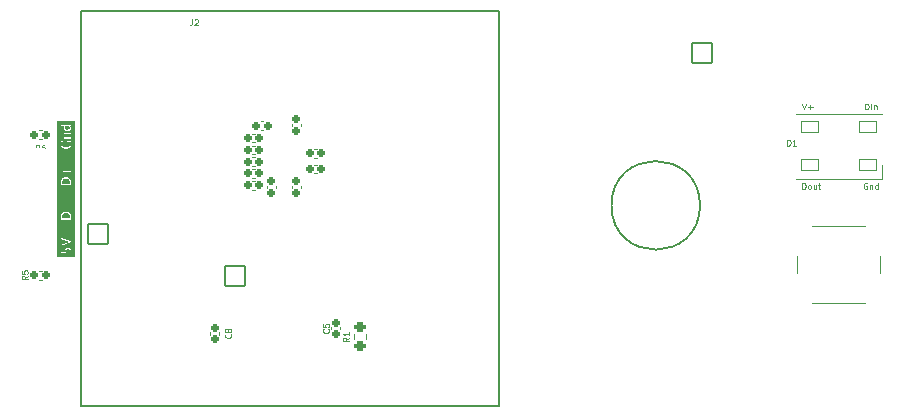
<source format=gto>
G04 #@! TF.GenerationSoftware,KiCad,Pcbnew,7.0.1-0*
G04 #@! TF.CreationDate,2023-04-02T15:36:46-05:00*
G04 #@! TF.ProjectId,V0_Display,56305f44-6973-4706-9c61-792e6b696361,rev?*
G04 #@! TF.SameCoordinates,Original*
G04 #@! TF.FileFunction,Legend,Top*
G04 #@! TF.FilePolarity,Positive*
%FSLAX46Y46*%
G04 Gerber Fmt 4.6, Leading zero omitted, Abs format (unit mm)*
G04 Created by KiCad (PCBNEW 7.0.1-0) date 2023-04-02 15:36:46*
%MOMM*%
%LPD*%
G01*
G04 APERTURE LIST*
G04 Aperture macros list*
%AMRoundRect*
0 Rectangle with rounded corners*
0 $1 Rounding radius*
0 $2 $3 $4 $5 $6 $7 $8 $9 X,Y pos of 4 corners*
0 Add a 4 corners polygon primitive as box body*
4,1,4,$2,$3,$4,$5,$6,$7,$8,$9,$2,$3,0*
0 Add four circle primitives for the rounded corners*
1,1,$1+$1,$2,$3*
1,1,$1+$1,$4,$5*
1,1,$1+$1,$6,$7*
1,1,$1+$1,$8,$9*
0 Add four rect primitives between the rounded corners*
20,1,$1+$1,$2,$3,$4,$5,0*
20,1,$1+$1,$4,$5,$6,$7,0*
20,1,$1+$1,$6,$7,$8,$9,0*
20,1,$1+$1,$8,$9,$2,$3,0*%
G04 Aperture macros list end*
%ADD10C,0.075000*%
%ADD11C,0.150000*%
%ADD12C,0.050000*%
%ADD13C,0.120000*%
%ADD14RoundRect,0.250000X0.275000X-0.200000X0.275000X0.200000X-0.275000X0.200000X-0.275000X-0.200000X0*%
%ADD15C,3.300000*%
%ADD16RoundRect,0.050000X-0.750000X-0.500000X0.750000X-0.500000X0.750000X0.500000X-0.750000X0.500000X0*%
%ADD17C,2.100000*%
%ADD18O,2.600000X4.100000*%
%ADD19C,1.624000*%
%ADD20RoundRect,0.190000X-0.140000X-0.170000X0.140000X-0.170000X0.140000X0.170000X-0.140000X0.170000X0*%
%ADD21RoundRect,0.185000X-0.135000X-0.185000X0.135000X-0.185000X0.135000X0.185000X-0.135000X0.185000X0*%
%ADD22RoundRect,0.190000X0.140000X0.170000X-0.140000X0.170000X-0.140000X-0.170000X0.140000X-0.170000X0*%
%ADD23RoundRect,0.185000X0.135000X0.185000X-0.135000X0.185000X-0.135000X-0.185000X0.135000X-0.185000X0*%
%ADD24RoundRect,0.190000X-0.170000X0.140000X-0.170000X-0.140000X0.170000X-0.140000X0.170000X0.140000X0*%
%ADD25RoundRect,0.190000X0.170000X-0.140000X0.170000X0.140000X-0.170000X0.140000X-0.170000X-0.140000X0*%
%ADD26RoundRect,0.050000X-0.850000X0.850000X-0.850000X-0.850000X0.850000X-0.850000X0.850000X0.850000X0*%
%ADD27O,1.800000X1.800000*%
%ADD28RoundRect,0.050000X0.850000X-0.850000X0.850000X0.850000X-0.850000X0.850000X-0.850000X-0.850000X0*%
%ADD29RoundRect,0.050000X-0.850000X-0.850000X0.850000X-0.850000X0.850000X0.850000X-0.850000X0.850000X0*%
%ADD30C,0.620000*%
%ADD31O,2.070000X1.020000*%
%ADD32O,1.970000X0.970000*%
G04 APERTURE END LIST*
D10*
X156829810Y-58525309D02*
X156996476Y-59025309D01*
X156996476Y-59025309D02*
X157163143Y-58525309D01*
X157329809Y-58834833D02*
X157710762Y-58834833D01*
X157520285Y-59025309D02*
X157520285Y-58644357D01*
X162318571Y-65280119D02*
X162270952Y-65256309D01*
X162270952Y-65256309D02*
X162199523Y-65256309D01*
X162199523Y-65256309D02*
X162128095Y-65280119D01*
X162128095Y-65280119D02*
X162080476Y-65327738D01*
X162080476Y-65327738D02*
X162056666Y-65375357D01*
X162056666Y-65375357D02*
X162032857Y-65470595D01*
X162032857Y-65470595D02*
X162032857Y-65542023D01*
X162032857Y-65542023D02*
X162056666Y-65637261D01*
X162056666Y-65637261D02*
X162080476Y-65684880D01*
X162080476Y-65684880D02*
X162128095Y-65732500D01*
X162128095Y-65732500D02*
X162199523Y-65756309D01*
X162199523Y-65756309D02*
X162247142Y-65756309D01*
X162247142Y-65756309D02*
X162318571Y-65732500D01*
X162318571Y-65732500D02*
X162342380Y-65708690D01*
X162342380Y-65708690D02*
X162342380Y-65542023D01*
X162342380Y-65542023D02*
X162247142Y-65542023D01*
X162556666Y-65422976D02*
X162556666Y-65756309D01*
X162556666Y-65470595D02*
X162580476Y-65446785D01*
X162580476Y-65446785D02*
X162628095Y-65422976D01*
X162628095Y-65422976D02*
X162699523Y-65422976D01*
X162699523Y-65422976D02*
X162747142Y-65446785D01*
X162747142Y-65446785D02*
X162770952Y-65494404D01*
X162770952Y-65494404D02*
X162770952Y-65756309D01*
X163223333Y-65756309D02*
X163223333Y-65256309D01*
X163223333Y-65732500D02*
X163175714Y-65756309D01*
X163175714Y-65756309D02*
X163080476Y-65756309D01*
X163080476Y-65756309D02*
X163032857Y-65732500D01*
X163032857Y-65732500D02*
X163009047Y-65708690D01*
X163009047Y-65708690D02*
X162985238Y-65661071D01*
X162985238Y-65661071D02*
X162985238Y-65518214D01*
X162985238Y-65518214D02*
X163009047Y-65470595D01*
X163009047Y-65470595D02*
X163032857Y-65446785D01*
X163032857Y-65446785D02*
X163080476Y-65422976D01*
X163080476Y-65422976D02*
X163175714Y-65422976D01*
X163175714Y-65422976D02*
X163223333Y-65446785D01*
D11*
G36*
X94496814Y-67795986D02*
G01*
X94506134Y-67796194D01*
X94515333Y-67796541D01*
X94524412Y-67797025D01*
X94533371Y-67797649D01*
X94542208Y-67798411D01*
X94550926Y-67799311D01*
X94559522Y-67800350D01*
X94567998Y-67801528D01*
X94576354Y-67802844D01*
X94584588Y-67804298D01*
X94592703Y-67805891D01*
X94600696Y-67807623D01*
X94608569Y-67809493D01*
X94616322Y-67811502D01*
X94623953Y-67813649D01*
X94638855Y-67818359D01*
X94653275Y-67823623D01*
X94667212Y-67829442D01*
X94680667Y-67835814D01*
X94693639Y-67842741D01*
X94706129Y-67850221D01*
X94718137Y-67858256D01*
X94729662Y-67866845D01*
X94734879Y-67871051D01*
X94744817Y-67880004D01*
X94754092Y-67889679D01*
X94762704Y-67900076D01*
X94770654Y-67911195D01*
X94777942Y-67923037D01*
X94784567Y-67935600D01*
X94790530Y-67948885D01*
X94795830Y-67962892D01*
X94800467Y-67977622D01*
X94802538Y-67985257D01*
X94804442Y-67993073D01*
X94806182Y-68001070D01*
X94807755Y-68009247D01*
X94809163Y-68017604D01*
X94810405Y-68026142D01*
X94811482Y-68034861D01*
X94812393Y-68043760D01*
X94813138Y-68052839D01*
X94813718Y-68062099D01*
X94814132Y-68071540D01*
X94814380Y-68081161D01*
X94814463Y-68090963D01*
X94814463Y-68238876D01*
X94176696Y-68238876D01*
X94176696Y-68143719D01*
X94176768Y-68129198D01*
X94176983Y-68115140D01*
X94177342Y-68101544D01*
X94177844Y-68088410D01*
X94178490Y-68075739D01*
X94179279Y-68063531D01*
X94180212Y-68051785D01*
X94181288Y-68040502D01*
X94182507Y-68029681D01*
X94183871Y-68019323D01*
X94185377Y-68009427D01*
X94187027Y-67999994D01*
X94188821Y-67991024D01*
X94190758Y-67982516D01*
X94192839Y-67974470D01*
X94195063Y-67966887D01*
X94198782Y-67956004D01*
X94203050Y-67945409D01*
X94207867Y-67935103D01*
X94213235Y-67925085D01*
X94219151Y-67915356D01*
X94225618Y-67905915D01*
X94232634Y-67896763D01*
X94240199Y-67887899D01*
X94245548Y-67882150D01*
X94251141Y-67876530D01*
X94256979Y-67871037D01*
X94263060Y-67865673D01*
X94273485Y-67857226D01*
X94284389Y-67849324D01*
X94295772Y-67841967D01*
X94307635Y-67835155D01*
X94319976Y-67828888D01*
X94332798Y-67823165D01*
X94346098Y-67817988D01*
X94359878Y-67813356D01*
X94374137Y-67809269D01*
X94388876Y-67805727D01*
X94404094Y-67802729D01*
X94411882Y-67801435D01*
X94419791Y-67800277D01*
X94427819Y-67799255D01*
X94435967Y-67798370D01*
X94444235Y-67797620D01*
X94452623Y-67797007D01*
X94461131Y-67796530D01*
X94469758Y-67796190D01*
X94478506Y-67795985D01*
X94487373Y-67795917D01*
X94496814Y-67795986D01*
G37*
G36*
X94496814Y-64893209D02*
G01*
X94506134Y-64893417D01*
X94515333Y-64893763D01*
X94524412Y-64894248D01*
X94533371Y-64894871D01*
X94542208Y-64895633D01*
X94550926Y-64896534D01*
X94559522Y-64897573D01*
X94567998Y-64898750D01*
X94576354Y-64900066D01*
X94584588Y-64901521D01*
X94592703Y-64903114D01*
X94600696Y-64904846D01*
X94608569Y-64906716D01*
X94616322Y-64908725D01*
X94623953Y-64910872D01*
X94638855Y-64915582D01*
X94653275Y-64920846D01*
X94667212Y-64926664D01*
X94680667Y-64933037D01*
X94693639Y-64939963D01*
X94706129Y-64947444D01*
X94718137Y-64955479D01*
X94729662Y-64964068D01*
X94734879Y-64968274D01*
X94744817Y-64977227D01*
X94754092Y-64986902D01*
X94762704Y-64997299D01*
X94770654Y-65008418D01*
X94777942Y-65020259D01*
X94784567Y-65032822D01*
X94790530Y-65046108D01*
X94795830Y-65060115D01*
X94800467Y-65074844D01*
X94802538Y-65082480D01*
X94804442Y-65090296D01*
X94806182Y-65098292D01*
X94807755Y-65106469D01*
X94809163Y-65114827D01*
X94810405Y-65123365D01*
X94811482Y-65132083D01*
X94812393Y-65140982D01*
X94813138Y-65150062D01*
X94813718Y-65159322D01*
X94814132Y-65168762D01*
X94814380Y-65178384D01*
X94814463Y-65188185D01*
X94814463Y-65336099D01*
X94176696Y-65336099D01*
X94176696Y-65240942D01*
X94176768Y-65226421D01*
X94176983Y-65212362D01*
X94177342Y-65198766D01*
X94177844Y-65185633D01*
X94178490Y-65172962D01*
X94179279Y-65160754D01*
X94180212Y-65149008D01*
X94181288Y-65137725D01*
X94182507Y-65126904D01*
X94183871Y-65116546D01*
X94185377Y-65106650D01*
X94187027Y-65097217D01*
X94188821Y-65088246D01*
X94190758Y-65079738D01*
X94192839Y-65071693D01*
X94195063Y-65064110D01*
X94198782Y-65053226D01*
X94203050Y-65042632D01*
X94207867Y-65032325D01*
X94213235Y-65022308D01*
X94219151Y-65012578D01*
X94225618Y-65003138D01*
X94232634Y-64993985D01*
X94240199Y-64985122D01*
X94245548Y-64979373D01*
X94251141Y-64973752D01*
X94256979Y-64968260D01*
X94263060Y-64962896D01*
X94273485Y-64954449D01*
X94284389Y-64946547D01*
X94295772Y-64939189D01*
X94307635Y-64932377D01*
X94319976Y-64926110D01*
X94332798Y-64920388D01*
X94346098Y-64915211D01*
X94359878Y-64910579D01*
X94374137Y-64906491D01*
X94388876Y-64902949D01*
X94404094Y-64899952D01*
X94411882Y-64898658D01*
X94419791Y-64897500D01*
X94427819Y-64896478D01*
X94435967Y-64895592D01*
X94444235Y-64894843D01*
X94452623Y-64894230D01*
X94461131Y-64893753D01*
X94469758Y-64893412D01*
X94478506Y-64893208D01*
X94487373Y-64893140D01*
X94496814Y-64893209D01*
G37*
G36*
X94734548Y-60421851D02*
G01*
X94740415Y-60427248D01*
X94751570Y-60438065D01*
X94761957Y-60448912D01*
X94771574Y-60459790D01*
X94780422Y-60470699D01*
X94788500Y-60481638D01*
X94795809Y-60492607D01*
X94802348Y-60503607D01*
X94808119Y-60514638D01*
X94813120Y-60525699D01*
X94817351Y-60536791D01*
X94820813Y-60547913D01*
X94823506Y-60559066D01*
X94825429Y-60570249D01*
X94826583Y-60581463D01*
X94826968Y-60592707D01*
X94826762Y-60601230D01*
X94826145Y-60609483D01*
X94825117Y-60617465D01*
X94823677Y-60625176D01*
X94819563Y-60639787D01*
X94813803Y-60653316D01*
X94806398Y-60665762D01*
X94797348Y-60677127D01*
X94786651Y-60687408D01*
X94774309Y-60696608D01*
X94767521Y-60700802D01*
X94760322Y-60704725D01*
X94752711Y-60708378D01*
X94744689Y-60711760D01*
X94736255Y-60714872D01*
X94727410Y-60717713D01*
X94718154Y-60720283D01*
X94708486Y-60722583D01*
X94698407Y-60724613D01*
X94687916Y-60726371D01*
X94677014Y-60727859D01*
X94665701Y-60729077D01*
X94653976Y-60730024D01*
X94641840Y-60730700D01*
X94629292Y-60731106D01*
X94616333Y-60731242D01*
X94601595Y-60731090D01*
X94587325Y-60730634D01*
X94573522Y-60729875D01*
X94560188Y-60728811D01*
X94547321Y-60727444D01*
X94534922Y-60725774D01*
X94522991Y-60723799D01*
X94511528Y-60721521D01*
X94500533Y-60718939D01*
X94490006Y-60716053D01*
X94479947Y-60712863D01*
X94470355Y-60709370D01*
X94461232Y-60705572D01*
X94452576Y-60701471D01*
X94444388Y-60697067D01*
X94436668Y-60692358D01*
X94429416Y-60687346D01*
X94422632Y-60682030D01*
X94416315Y-60676410D01*
X94410467Y-60670486D01*
X94405086Y-60664259D01*
X94400174Y-60657728D01*
X94395729Y-60650893D01*
X94391752Y-60643754D01*
X94388243Y-60636311D01*
X94385201Y-60628565D01*
X94382628Y-60620515D01*
X94380523Y-60612161D01*
X94378885Y-60603503D01*
X94377715Y-60594542D01*
X94377014Y-60585277D01*
X94376780Y-60575708D01*
X94377070Y-60566270D01*
X94377940Y-60556764D01*
X94379390Y-60547189D01*
X94381420Y-60537545D01*
X94384031Y-60527832D01*
X94387221Y-60518051D01*
X94390992Y-60508201D01*
X94395342Y-60498283D01*
X94400273Y-60488296D01*
X94405784Y-60478240D01*
X94411874Y-60468115D01*
X94418545Y-60457922D01*
X94425796Y-60447660D01*
X94433627Y-60437329D01*
X94442038Y-60426930D01*
X94451030Y-60416461D01*
X94728489Y-60416461D01*
X94734548Y-60421851D01*
G37*
G36*
X95266296Y-71518456D02*
G01*
X93699852Y-71518456D01*
X93699852Y-71165296D01*
X94089159Y-71165296D01*
X94489327Y-71165296D01*
X94489327Y-71161399D01*
X94489327Y-71151749D01*
X94489327Y-71142233D01*
X94489327Y-71132851D01*
X94489327Y-71123602D01*
X94489327Y-71114487D01*
X94489327Y-71105505D01*
X94489500Y-71089986D01*
X94490021Y-71074959D01*
X94490890Y-71060425D01*
X94492105Y-71046383D01*
X94493668Y-71032835D01*
X94495578Y-71019778D01*
X94497835Y-71007215D01*
X94500440Y-70995144D01*
X94503392Y-70983566D01*
X94506691Y-70972481D01*
X94510337Y-70961888D01*
X94514331Y-70951788D01*
X94518672Y-70942181D01*
X94523360Y-70933066D01*
X94528396Y-70924444D01*
X94533779Y-70916315D01*
X94539509Y-70908678D01*
X94545587Y-70901534D01*
X94552011Y-70894883D01*
X94558783Y-70888725D01*
X94565903Y-70883059D01*
X94573369Y-70877886D01*
X94581183Y-70873205D01*
X94589344Y-70869017D01*
X94597853Y-70865322D01*
X94606708Y-70862120D01*
X94615911Y-70859410D01*
X94625462Y-70857193D01*
X94635359Y-70855468D01*
X94645604Y-70854237D01*
X94656196Y-70853498D01*
X94667136Y-70853251D01*
X94677063Y-70853431D01*
X94686721Y-70853969D01*
X94696108Y-70854866D01*
X94705225Y-70856121D01*
X94714072Y-70857736D01*
X94722649Y-70859709D01*
X94730955Y-70862040D01*
X94738992Y-70864731D01*
X94746758Y-70867780D01*
X94754254Y-70871188D01*
X94761480Y-70874955D01*
X94768435Y-70879080D01*
X94775121Y-70883564D01*
X94781536Y-70888407D01*
X94787681Y-70893609D01*
X94793556Y-70899169D01*
X94799116Y-70905042D01*
X94804318Y-70911183D01*
X94809161Y-70917590D01*
X94813645Y-70924265D01*
X94817770Y-70931207D01*
X94821537Y-70938416D01*
X94824945Y-70945892D01*
X94827994Y-70953635D01*
X94830684Y-70961646D01*
X94833016Y-70969923D01*
X94834989Y-70978468D01*
X94836603Y-70987280D01*
X94837859Y-70996359D01*
X94838756Y-71005705D01*
X94839294Y-71015318D01*
X94839473Y-71025198D01*
X94839327Y-71034386D01*
X94838887Y-71043633D01*
X94838154Y-71052937D01*
X94837129Y-71062299D01*
X94835810Y-71071719D01*
X94834198Y-71081197D01*
X94832293Y-71090733D01*
X94830094Y-71100327D01*
X94827603Y-71109980D01*
X94824819Y-71119690D01*
X94821741Y-71129458D01*
X94818371Y-71139284D01*
X94814707Y-71149168D01*
X94810750Y-71159111D01*
X94806501Y-71169111D01*
X94801958Y-71179169D01*
X94889494Y-71179169D01*
X94891802Y-71174312D01*
X94896199Y-71164694D01*
X94900302Y-71155202D01*
X94904112Y-71145837D01*
X94907629Y-71136598D01*
X94910853Y-71127486D01*
X94913784Y-71118501D01*
X94916422Y-71109643D01*
X94918767Y-71100911D01*
X94920818Y-71092306D01*
X94922577Y-71083828D01*
X94924042Y-71075476D01*
X94925215Y-71067251D01*
X94926094Y-71059153D01*
X94926680Y-71051182D01*
X94927010Y-71039462D01*
X94926944Y-71030669D01*
X94926747Y-71021996D01*
X94926417Y-71013443D01*
X94925957Y-71005012D01*
X94925364Y-70996701D01*
X94924640Y-70988510D01*
X94923784Y-70980440D01*
X94922797Y-70972491D01*
X94920427Y-70956954D01*
X94917530Y-70941899D01*
X94914107Y-70927327D01*
X94910157Y-70913237D01*
X94905681Y-70899630D01*
X94900678Y-70886505D01*
X94895148Y-70873862D01*
X94889091Y-70861702D01*
X94882508Y-70850024D01*
X94875398Y-70838829D01*
X94867762Y-70828116D01*
X94859599Y-70817885D01*
X94850972Y-70808184D01*
X94841943Y-70799109D01*
X94832513Y-70790660D01*
X94822682Y-70782836D01*
X94812449Y-70775639D01*
X94801814Y-70769067D01*
X94790778Y-70763121D01*
X94779341Y-70757801D01*
X94767502Y-70753107D01*
X94755261Y-70749039D01*
X94742620Y-70745597D01*
X94729576Y-70742780D01*
X94716131Y-70740590D01*
X94702285Y-70739025D01*
X94688037Y-70738086D01*
X94673388Y-70737773D01*
X94657657Y-70738117D01*
X94642360Y-70739147D01*
X94627499Y-70740865D01*
X94613072Y-70743269D01*
X94599081Y-70746360D01*
X94585525Y-70750138D01*
X94572404Y-70754603D01*
X94559718Y-70759755D01*
X94547467Y-70765594D01*
X94535650Y-70772120D01*
X94524270Y-70779333D01*
X94513324Y-70787233D01*
X94502813Y-70795819D01*
X94492737Y-70805093D01*
X94483096Y-70815053D01*
X94473891Y-70825701D01*
X94465160Y-70836960D01*
X94456992Y-70848757D01*
X94449388Y-70861092D01*
X94442347Y-70873963D01*
X94435869Y-70887372D01*
X94429954Y-70901318D01*
X94424603Y-70915802D01*
X94422139Y-70923245D01*
X94419815Y-70930823D01*
X94417633Y-70938535D01*
X94415591Y-70946381D01*
X94413690Y-70954362D01*
X94411929Y-70962477D01*
X94410310Y-70970726D01*
X94408831Y-70979110D01*
X94407493Y-70987628D01*
X94406296Y-70996280D01*
X94405240Y-71005067D01*
X94404325Y-71013988D01*
X94403550Y-71023043D01*
X94402917Y-71032233D01*
X94402424Y-71041557D01*
X94402072Y-71051015D01*
X94401861Y-71060607D01*
X94401790Y-71070334D01*
X94189201Y-71070334D01*
X94189201Y-70753796D01*
X94089159Y-70753796D01*
X94089159Y-71165296D01*
X93699852Y-71165296D01*
X93699852Y-69876866D01*
X94089159Y-69876866D01*
X94089159Y-69978080D01*
X94754672Y-70220956D01*
X94089159Y-70472623D01*
X94089159Y-70588101D01*
X94902000Y-70280942D01*
X94902000Y-70172107D01*
X94089159Y-69876866D01*
X93699852Y-69876866D01*
X93699852Y-68354354D01*
X94089159Y-68354354D01*
X94902000Y-68354354D01*
X94902000Y-68082365D01*
X94901891Y-68070287D01*
X94901564Y-68058381D01*
X94901021Y-68046645D01*
X94900259Y-68035080D01*
X94899280Y-68023686D01*
X94898084Y-68012463D01*
X94896670Y-68001411D01*
X94895039Y-67990530D01*
X94893190Y-67979820D01*
X94891123Y-67969281D01*
X94888839Y-67958913D01*
X94886337Y-67948715D01*
X94883618Y-67938689D01*
X94880682Y-67928834D01*
X94877528Y-67919150D01*
X94874156Y-67909637D01*
X94870567Y-67900294D01*
X94866760Y-67891123D01*
X94862736Y-67882123D01*
X94858494Y-67873293D01*
X94854034Y-67864635D01*
X94849358Y-67856147D01*
X94844463Y-67847831D01*
X94839351Y-67839685D01*
X94834022Y-67831711D01*
X94828475Y-67823907D01*
X94822710Y-67816275D01*
X94816728Y-67808813D01*
X94810529Y-67801523D01*
X94804112Y-67794403D01*
X94797477Y-67787454D01*
X94790625Y-67780676D01*
X94783563Y-67774077D01*
X94776323Y-67767686D01*
X94768905Y-67761506D01*
X94761310Y-67755535D01*
X94753536Y-67749773D01*
X94745585Y-67744221D01*
X94737456Y-67738878D01*
X94729149Y-67733745D01*
X94720664Y-67728822D01*
X94712001Y-67724107D01*
X94703161Y-67719603D01*
X94694143Y-67715308D01*
X94684947Y-67711222D01*
X94675573Y-67707346D01*
X94666021Y-67703680D01*
X94656291Y-67700223D01*
X94646384Y-67696975D01*
X94636298Y-67693937D01*
X94626035Y-67691109D01*
X94615594Y-67688490D01*
X94604975Y-67686081D01*
X94594179Y-67683881D01*
X94583204Y-67681890D01*
X94572052Y-67680109D01*
X94560722Y-67678538D01*
X94549214Y-67677176D01*
X94537528Y-67676024D01*
X94525664Y-67675081D01*
X94513622Y-67674348D01*
X94501403Y-67673824D01*
X94489006Y-67673510D01*
X94476431Y-67673405D01*
X94466053Y-67673489D01*
X94455801Y-67673742D01*
X94445677Y-67674164D01*
X94435679Y-67674754D01*
X94425808Y-67675513D01*
X94416063Y-67676441D01*
X94406445Y-67677538D01*
X94396954Y-67678803D01*
X94387590Y-67680236D01*
X94378352Y-67681839D01*
X94369241Y-67683610D01*
X94360257Y-67685550D01*
X94351399Y-67687658D01*
X94342668Y-67689936D01*
X94334064Y-67692381D01*
X94325586Y-67694996D01*
X94317236Y-67697779D01*
X94309011Y-67700731D01*
X94300914Y-67703852D01*
X94292943Y-67707141D01*
X94285099Y-67710599D01*
X94277382Y-67714226D01*
X94269791Y-67718021D01*
X94262327Y-67721985D01*
X94254990Y-67726118D01*
X94247780Y-67730419D01*
X94240696Y-67734889D01*
X94233739Y-67739528D01*
X94226908Y-67744335D01*
X94220205Y-67749311D01*
X94213628Y-67754456D01*
X94207177Y-67759769D01*
X94199288Y-67766638D01*
X94191692Y-67773664D01*
X94184390Y-67780847D01*
X94177380Y-67788187D01*
X94170663Y-67795684D01*
X94164240Y-67803339D01*
X94158109Y-67811151D01*
X94152272Y-67819120D01*
X94146727Y-67827247D01*
X94141476Y-67835530D01*
X94136518Y-67843971D01*
X94131853Y-67852569D01*
X94127481Y-67861325D01*
X94123402Y-67870237D01*
X94119616Y-67879307D01*
X94116124Y-67888534D01*
X94112858Y-67898021D01*
X94109804Y-67907872D01*
X94106960Y-67918086D01*
X94104327Y-67928663D01*
X94101904Y-67939604D01*
X94099692Y-67950908D01*
X94097691Y-67962575D01*
X94095900Y-67974605D01*
X94094320Y-67986999D01*
X94092951Y-67999756D01*
X94091793Y-68012877D01*
X94090845Y-68026360D01*
X94090107Y-68040207D01*
X94089581Y-68054418D01*
X94089265Y-68068991D01*
X94089159Y-68083928D01*
X94089159Y-68238876D01*
X94089159Y-68354354D01*
X93699852Y-68354354D01*
X93699852Y-67051270D01*
X94539348Y-67051270D01*
X94539348Y-67539364D01*
X94626884Y-67539364D01*
X94626884Y-67051270D01*
X94539348Y-67051270D01*
X93699852Y-67051270D01*
X93699852Y-65451577D01*
X94089159Y-65451577D01*
X94902000Y-65451577D01*
X94902000Y-65179588D01*
X94901891Y-65167510D01*
X94901564Y-65155603D01*
X94901021Y-65143867D01*
X94900259Y-65132302D01*
X94899280Y-65120908D01*
X94898084Y-65109685D01*
X94896670Y-65098633D01*
X94895039Y-65087752D01*
X94893190Y-65077042D01*
X94891123Y-65066503D01*
X94888839Y-65056135D01*
X94886337Y-65045938D01*
X94883618Y-65035912D01*
X94880682Y-65026057D01*
X94877528Y-65016372D01*
X94874156Y-65006859D01*
X94870567Y-64997517D01*
X94866760Y-64988346D01*
X94862736Y-64979345D01*
X94858494Y-64970516D01*
X94854034Y-64961857D01*
X94849358Y-64953370D01*
X94844463Y-64945054D01*
X94839351Y-64936908D01*
X94834022Y-64928934D01*
X94828475Y-64921130D01*
X94822710Y-64913497D01*
X94816728Y-64906036D01*
X94810529Y-64898745D01*
X94804112Y-64891625D01*
X94797477Y-64884677D01*
X94790625Y-64877899D01*
X94783563Y-64871299D01*
X94776323Y-64864909D01*
X94768905Y-64858728D01*
X94761310Y-64852757D01*
X94753536Y-64846996D01*
X94745585Y-64841443D01*
X94737456Y-64836101D01*
X94729149Y-64830968D01*
X94720664Y-64826044D01*
X94712001Y-64821330D01*
X94703161Y-64816826D01*
X94694143Y-64812530D01*
X94684947Y-64808445D01*
X94675573Y-64804569D01*
X94666021Y-64800902D01*
X94656291Y-64797445D01*
X94646384Y-64794198D01*
X94636298Y-64791160D01*
X94626035Y-64788332D01*
X94615594Y-64785713D01*
X94604975Y-64783303D01*
X94594179Y-64781103D01*
X94583204Y-64779113D01*
X94572052Y-64777332D01*
X94560722Y-64775761D01*
X94549214Y-64774399D01*
X94537528Y-64773246D01*
X94525664Y-64772304D01*
X94513622Y-64771570D01*
X94501403Y-64771047D01*
X94489006Y-64770732D01*
X94476431Y-64770628D01*
X94466053Y-64770712D01*
X94455801Y-64770965D01*
X94445677Y-64771387D01*
X94435679Y-64771977D01*
X94425808Y-64772736D01*
X94416063Y-64773664D01*
X94406445Y-64774760D01*
X94396954Y-64776025D01*
X94387590Y-64777459D01*
X94378352Y-64779062D01*
X94369241Y-64780833D01*
X94360257Y-64782773D01*
X94351399Y-64784881D01*
X94342668Y-64787158D01*
X94334064Y-64789604D01*
X94325586Y-64792219D01*
X94317236Y-64795002D01*
X94309011Y-64797954D01*
X94300914Y-64801074D01*
X94292943Y-64804364D01*
X94285099Y-64807822D01*
X94277382Y-64811448D01*
X94269791Y-64815243D01*
X94262327Y-64819207D01*
X94254990Y-64823340D01*
X94247780Y-64827641D01*
X94240696Y-64832111D01*
X94233739Y-64836750D01*
X94226908Y-64841558D01*
X94220205Y-64846534D01*
X94213628Y-64851678D01*
X94207177Y-64856992D01*
X94199288Y-64863860D01*
X94191692Y-64870886D01*
X94184390Y-64878069D01*
X94177380Y-64885409D01*
X94170663Y-64892907D01*
X94164240Y-64900562D01*
X94158109Y-64908374D01*
X94152272Y-64916343D01*
X94146727Y-64924469D01*
X94141476Y-64932753D01*
X94136518Y-64941194D01*
X94131853Y-64949792D01*
X94127481Y-64958547D01*
X94123402Y-64967460D01*
X94119616Y-64976530D01*
X94116124Y-64985757D01*
X94112858Y-64995244D01*
X94109804Y-65005095D01*
X94106960Y-65015309D01*
X94104327Y-65025886D01*
X94101904Y-65036826D01*
X94099692Y-65048130D01*
X94097691Y-65059797D01*
X94095900Y-65071828D01*
X94094320Y-65084222D01*
X94092951Y-65096979D01*
X94091793Y-65110099D01*
X94090845Y-65123583D01*
X94090107Y-65137430D01*
X94089581Y-65151640D01*
X94089265Y-65166214D01*
X94089159Y-65181151D01*
X94089159Y-65336099D01*
X94089159Y-65451577D01*
X93699852Y-65451577D01*
X93699852Y-64311256D01*
X94239222Y-64311256D01*
X94526842Y-64311256D01*
X94526842Y-64595945D01*
X94614379Y-64595945D01*
X94614379Y-64311256D01*
X94902000Y-64311256D01*
X94902000Y-64229776D01*
X94614379Y-64229776D01*
X94614379Y-63945282D01*
X94526842Y-63945282D01*
X94526842Y-64229776D01*
X94239222Y-64229776D01*
X94239222Y-64311256D01*
X93699852Y-64311256D01*
X93699852Y-61954801D01*
X94064149Y-61954801D01*
X94064260Y-61966564D01*
X94064592Y-61978162D01*
X94065147Y-61989594D01*
X94065923Y-62000862D01*
X94066920Y-62011964D01*
X94068140Y-62022901D01*
X94069581Y-62033673D01*
X94071244Y-62044279D01*
X94073129Y-62054720D01*
X94075235Y-62064996D01*
X94077563Y-62075107D01*
X94080113Y-62085052D01*
X94082885Y-62094832D01*
X94085878Y-62104447D01*
X94089093Y-62113897D01*
X94092530Y-62123182D01*
X94096188Y-62132301D01*
X94100069Y-62141255D01*
X94104171Y-62150044D01*
X94108494Y-62158667D01*
X94113040Y-62167125D01*
X94117807Y-62175418D01*
X94122796Y-62183546D01*
X94128006Y-62191509D01*
X94133438Y-62199306D01*
X94139092Y-62206938D01*
X94144968Y-62214405D01*
X94151066Y-62221706D01*
X94157385Y-62228842D01*
X94163926Y-62235813D01*
X94170689Y-62242619D01*
X94177673Y-62249260D01*
X94184857Y-62255715D01*
X94192218Y-62261966D01*
X94199757Y-62268011D01*
X94207474Y-62273852D01*
X94215367Y-62279488D01*
X94223439Y-62284918D01*
X94231687Y-62290144D01*
X94240114Y-62295165D01*
X94248717Y-62299981D01*
X94257498Y-62304592D01*
X94266457Y-62308998D01*
X94275593Y-62313200D01*
X94284906Y-62317196D01*
X94294397Y-62320987D01*
X94304066Y-62324573D01*
X94313912Y-62327955D01*
X94323935Y-62331131D01*
X94334136Y-62334103D01*
X94344514Y-62336870D01*
X94355070Y-62339431D01*
X94365803Y-62341788D01*
X94376713Y-62343940D01*
X94387801Y-62345887D01*
X94399067Y-62347629D01*
X94410510Y-62349166D01*
X94422130Y-62350498D01*
X94433928Y-62351625D01*
X94445903Y-62352547D01*
X94458056Y-62353264D01*
X94470387Y-62353777D01*
X94482894Y-62354084D01*
X94495579Y-62354187D01*
X94508503Y-62354085D01*
X94521238Y-62353782D01*
X94533784Y-62353276D01*
X94546141Y-62352568D01*
X94558309Y-62351658D01*
X94570288Y-62350546D01*
X94582078Y-62349231D01*
X94593680Y-62347714D01*
X94605092Y-62345995D01*
X94616316Y-62344073D01*
X94627350Y-62341950D01*
X94638196Y-62339624D01*
X94648853Y-62337095D01*
X94659321Y-62334365D01*
X94669600Y-62331432D01*
X94679690Y-62328297D01*
X94689591Y-62324959D01*
X94699303Y-62321420D01*
X94708826Y-62317678D01*
X94718161Y-62313734D01*
X94727307Y-62309587D01*
X94736263Y-62305239D01*
X94745031Y-62300688D01*
X94753610Y-62295935D01*
X94762000Y-62290979D01*
X94770201Y-62285821D01*
X94778213Y-62280461D01*
X94786036Y-62274899D01*
X94793670Y-62269135D01*
X94801116Y-62263168D01*
X94808372Y-62256999D01*
X94815440Y-62250628D01*
X94822304Y-62244067D01*
X94828950Y-62237329D01*
X94835379Y-62230415D01*
X94841589Y-62223324D01*
X94847582Y-62216057D01*
X94853356Y-62208612D01*
X94858913Y-62200991D01*
X94864252Y-62193194D01*
X94869373Y-62185220D01*
X94874276Y-62177068D01*
X94878961Y-62168741D01*
X94883428Y-62160236D01*
X94887677Y-62151555D01*
X94891708Y-62142697D01*
X94895522Y-62133663D01*
X94899117Y-62124452D01*
X94902495Y-62115064D01*
X94905655Y-62105499D01*
X94908597Y-62095758D01*
X94911320Y-62085840D01*
X94913826Y-62075745D01*
X94916114Y-62065474D01*
X94918185Y-62055026D01*
X94920037Y-62044401D01*
X94921671Y-62033600D01*
X94923088Y-62022622D01*
X94924286Y-62011467D01*
X94925267Y-62000135D01*
X94926029Y-61988627D01*
X94926574Y-61976942D01*
X94926901Y-61965080D01*
X94927010Y-61953042D01*
X94926843Y-61939167D01*
X94926341Y-61924994D01*
X94925506Y-61910523D01*
X94924336Y-61895755D01*
X94922831Y-61880689D01*
X94920992Y-61865325D01*
X94919948Y-61857532D01*
X94918819Y-61849664D01*
X94917608Y-61841722D01*
X94916312Y-61833705D01*
X94914933Y-61825614D01*
X94913471Y-61817448D01*
X94911924Y-61809208D01*
X94910295Y-61800894D01*
X94908581Y-61792505D01*
X94906784Y-61784042D01*
X94904904Y-61775504D01*
X94902940Y-61766892D01*
X94900892Y-61758206D01*
X94898761Y-61749445D01*
X94896546Y-61740610D01*
X94894248Y-61731700D01*
X94891866Y-61722716D01*
X94889400Y-61713657D01*
X94886851Y-61704524D01*
X94884219Y-61695317D01*
X94551853Y-61695317D01*
X94551853Y-61810209D01*
X94818957Y-61810209D01*
X94820219Y-61814388D01*
X94822623Y-61822693D01*
X94824867Y-61830924D01*
X94826951Y-61839081D01*
X94828875Y-61847166D01*
X94830638Y-61855177D01*
X94832240Y-61863115D01*
X94833683Y-61870980D01*
X94834965Y-61878771D01*
X94836588Y-61890321D01*
X94837850Y-61901705D01*
X94838752Y-61912925D01*
X94839293Y-61923980D01*
X94839473Y-61934870D01*
X94839385Y-61943602D01*
X94839121Y-61952212D01*
X94838682Y-61960699D01*
X94838066Y-61969064D01*
X94837274Y-61977308D01*
X94836307Y-61985429D01*
X94835163Y-61993428D01*
X94833844Y-62001304D01*
X94830677Y-62016692D01*
X94826806Y-62031591D01*
X94822232Y-62046001D01*
X94816954Y-62059923D01*
X94810972Y-62073356D01*
X94804287Y-62086301D01*
X94796898Y-62098757D01*
X94788805Y-62110725D01*
X94780009Y-62122205D01*
X94770508Y-62133196D01*
X94760304Y-62143698D01*
X94749397Y-62153712D01*
X94737831Y-62163153D01*
X94725702Y-62171984D01*
X94713010Y-62180207D01*
X94699754Y-62187821D01*
X94685935Y-62194825D01*
X94678815Y-62198099D01*
X94671553Y-62201220D01*
X94664151Y-62204190D01*
X94656608Y-62207007D01*
X94648924Y-62209671D01*
X94641099Y-62212184D01*
X94633134Y-62214544D01*
X94625027Y-62216752D01*
X94616780Y-62218807D01*
X94608392Y-62220711D01*
X94599863Y-62222462D01*
X94591194Y-62224061D01*
X94582383Y-62225507D01*
X94573432Y-62226802D01*
X94564340Y-62227944D01*
X94555107Y-62228933D01*
X94545733Y-62229771D01*
X94536218Y-62230456D01*
X94526563Y-62230989D01*
X94516767Y-62231370D01*
X94506830Y-62231598D01*
X94496752Y-62231674D01*
X94486554Y-62231603D01*
X94476500Y-62231390D01*
X94466591Y-62231035D01*
X94456827Y-62230539D01*
X94447208Y-62229900D01*
X94437733Y-62229119D01*
X94428403Y-62228196D01*
X94419217Y-62227131D01*
X94410176Y-62225925D01*
X94401280Y-62224576D01*
X94392528Y-62223085D01*
X94383921Y-62221453D01*
X94375458Y-62219678D01*
X94367140Y-62217762D01*
X94358967Y-62215703D01*
X94350939Y-62213503D01*
X94343055Y-62211160D01*
X94335316Y-62208676D01*
X94327721Y-62206049D01*
X94320271Y-62203281D01*
X94305805Y-62197318D01*
X94291918Y-62190788D01*
X94278609Y-62183690D01*
X94265878Y-62176024D01*
X94253726Y-62167790D01*
X94242153Y-62158988D01*
X94231198Y-62149647D01*
X94220950Y-62139845D01*
X94211408Y-62129582D01*
X94202573Y-62118859D01*
X94194446Y-62107674D01*
X94187024Y-62096028D01*
X94180310Y-62083921D01*
X94174302Y-62071353D01*
X94169002Y-62058324D01*
X94164407Y-62044835D01*
X94160520Y-62030884D01*
X94157340Y-62016472D01*
X94154866Y-62001599D01*
X94153099Y-61986265D01*
X94152481Y-61978425D01*
X94152039Y-61970470D01*
X94151774Y-61962400D01*
X94151685Y-61954214D01*
X94151747Y-61948544D01*
X94152235Y-61936743D01*
X94153212Y-61924326D01*
X94154677Y-61911294D01*
X94156631Y-61897647D01*
X94159074Y-61883385D01*
X94162005Y-61868508D01*
X94163653Y-61860838D01*
X94165424Y-61853015D01*
X94167317Y-61845038D01*
X94169332Y-61836907D01*
X94171469Y-61828622D01*
X94173728Y-61820184D01*
X94176110Y-61811592D01*
X94178613Y-61802846D01*
X94181239Y-61793946D01*
X94183987Y-61784893D01*
X94186856Y-61775685D01*
X94189848Y-61766324D01*
X94192963Y-61756809D01*
X94196199Y-61747140D01*
X94199557Y-61737318D01*
X94203038Y-61727341D01*
X94206640Y-61717211D01*
X94210365Y-61706927D01*
X94214212Y-61696489D01*
X94126675Y-61696489D01*
X94122828Y-61704857D01*
X94119103Y-61713206D01*
X94115501Y-61721536D01*
X94112020Y-61729847D01*
X94108662Y-61738139D01*
X94105426Y-61746411D01*
X94102312Y-61754665D01*
X94099320Y-61762899D01*
X94096450Y-61771114D01*
X94093702Y-61779311D01*
X94091077Y-61787488D01*
X94088573Y-61795646D01*
X94086192Y-61803785D01*
X94083933Y-61811905D01*
X94081795Y-61820006D01*
X94079780Y-61828087D01*
X94077887Y-61836150D01*
X94076117Y-61844194D01*
X94074468Y-61852218D01*
X94072942Y-61860224D01*
X94071537Y-61868210D01*
X94070255Y-61876177D01*
X94069095Y-61884126D01*
X94068057Y-61892055D01*
X94067141Y-61899965D01*
X94066347Y-61907856D01*
X94065675Y-61915727D01*
X94065126Y-61923580D01*
X94064698Y-61931414D01*
X94064393Y-61939229D01*
X94064149Y-61954801D01*
X93699852Y-61954801D01*
X93699852Y-61175959D01*
X94289243Y-61175959D01*
X94289709Y-61191343D01*
X94291108Y-61206425D01*
X94293440Y-61221207D01*
X94296705Y-61235689D01*
X94300902Y-61249869D01*
X94306032Y-61263749D01*
X94312094Y-61277328D01*
X94319090Y-61290607D01*
X94327017Y-61303584D01*
X94335878Y-61316261D01*
X94340658Y-61322487D01*
X94345672Y-61328638D01*
X94350918Y-61334713D01*
X94356398Y-61340713D01*
X94362110Y-61346638D01*
X94368056Y-61352488D01*
X94374236Y-61358262D01*
X94380648Y-61363962D01*
X94387293Y-61369586D01*
X94394172Y-61375135D01*
X94401284Y-61380609D01*
X94408629Y-61386008D01*
X94301748Y-61386008D01*
X94301748Y-61494256D01*
X94902000Y-61494256D01*
X94902000Y-61386008D01*
X94507108Y-61386008D01*
X94499089Y-61380501D01*
X94491326Y-61374972D01*
X94483817Y-61369420D01*
X94476562Y-61363846D01*
X94469562Y-61358249D01*
X94462817Y-61352630D01*
X94456326Y-61346988D01*
X94450089Y-61341324D01*
X94444107Y-61335637D01*
X94438380Y-61329927D01*
X94427689Y-61318441D01*
X94418016Y-61306865D01*
X94409362Y-61295198D01*
X94401725Y-61283442D01*
X94395107Y-61271595D01*
X94389507Y-61259659D01*
X94384925Y-61247632D01*
X94381362Y-61235515D01*
X94378816Y-61223309D01*
X94377289Y-61211012D01*
X94376780Y-61198625D01*
X94376808Y-61195829D01*
X94377232Y-61187741D01*
X94378587Y-61177657D01*
X94380846Y-61168372D01*
X94384009Y-61159888D01*
X94388076Y-61152203D01*
X94393046Y-61145319D01*
X94398920Y-61139234D01*
X94405698Y-61133949D01*
X94409440Y-61131583D01*
X94417836Y-61127309D01*
X94427447Y-61123645D01*
X94435453Y-61121298D01*
X94444142Y-61119295D01*
X94453514Y-61117635D01*
X94463571Y-61116318D01*
X94474310Y-61115345D01*
X94485733Y-61114715D01*
X94493728Y-61114486D01*
X94502027Y-61114410D01*
X94902000Y-61114410D01*
X94902000Y-61006161D01*
X94471351Y-61006161D01*
X94461078Y-61006342D01*
X94451069Y-61006885D01*
X94441325Y-61007789D01*
X94431844Y-61009056D01*
X94422628Y-61010684D01*
X94413676Y-61012674D01*
X94404987Y-61015025D01*
X94396563Y-61017739D01*
X94388403Y-61020814D01*
X94380507Y-61024251D01*
X94372876Y-61028049D01*
X94365508Y-61032210D01*
X94358404Y-61036732D01*
X94351565Y-61041616D01*
X94344989Y-61046862D01*
X94338678Y-61052470D01*
X94332692Y-61058356D01*
X94327092Y-61064487D01*
X94321878Y-61070861D01*
X94317050Y-61077480D01*
X94312609Y-61084344D01*
X94308553Y-61091451D01*
X94304885Y-61098803D01*
X94301602Y-61106399D01*
X94298705Y-61114239D01*
X94296195Y-61122323D01*
X94294071Y-61130652D01*
X94292333Y-61139225D01*
X94290981Y-61148042D01*
X94290015Y-61157103D01*
X94289436Y-61166409D01*
X94289243Y-61175959D01*
X93699852Y-61175959D01*
X93699852Y-60307627D01*
X94039138Y-60307627D01*
X94039138Y-60416461D01*
X94376780Y-60416461D01*
X94366180Y-60425323D01*
X94356263Y-60434468D01*
X94347031Y-60443898D01*
X94338482Y-60453611D01*
X94330618Y-60463608D01*
X94323437Y-60473889D01*
X94316940Y-60484454D01*
X94311127Y-60495303D01*
X94305998Y-60506436D01*
X94301553Y-60517853D01*
X94297792Y-60529554D01*
X94294714Y-60541538D01*
X94292321Y-60553807D01*
X94290611Y-60566359D01*
X94289864Y-60575708D01*
X94289585Y-60579196D01*
X94289243Y-60592316D01*
X94289598Y-60606432D01*
X94290663Y-60620203D01*
X94292437Y-60633628D01*
X94294922Y-60646709D01*
X94298116Y-60659445D01*
X94302020Y-60671836D01*
X94306634Y-60683881D01*
X94311958Y-60695582D01*
X94317991Y-60706938D01*
X94324735Y-60717949D01*
X94332188Y-60728615D01*
X94340351Y-60738935D01*
X94349224Y-60748911D01*
X94358806Y-60758542D01*
X94369099Y-60767828D01*
X94380101Y-60776769D01*
X94391687Y-60785239D01*
X94403729Y-60793163D01*
X94416227Y-60800541D01*
X94429182Y-60807372D01*
X94442593Y-60813657D01*
X94456461Y-60819395D01*
X94470785Y-60824587D01*
X94485565Y-60829232D01*
X94493127Y-60831350D01*
X94500802Y-60833331D01*
X94508592Y-60835175D01*
X94516496Y-60836883D01*
X94524514Y-60838454D01*
X94532646Y-60839889D01*
X94540892Y-60841186D01*
X94549252Y-60842348D01*
X94557726Y-60843372D01*
X94566314Y-60844260D01*
X94575017Y-60845012D01*
X94583834Y-60845627D01*
X94592764Y-60846105D01*
X94601809Y-60846446D01*
X94610968Y-60846651D01*
X94620241Y-60846720D01*
X94628733Y-60846659D01*
X94637111Y-60846478D01*
X94645376Y-60846177D01*
X94653528Y-60845755D01*
X94661567Y-60845212D01*
X94669492Y-60844549D01*
X94685002Y-60842861D01*
X94700059Y-60840690D01*
X94714662Y-60838037D01*
X94728812Y-60834901D01*
X94742509Y-60831284D01*
X94755752Y-60827183D01*
X94768542Y-60822601D01*
X94780879Y-60817536D01*
X94792762Y-60811988D01*
X94804192Y-60805959D01*
X94815168Y-60799446D01*
X94825691Y-60792452D01*
X94835761Y-60784975D01*
X94845296Y-60777054D01*
X94854216Y-60768776D01*
X94862521Y-60760140D01*
X94870211Y-60751147D01*
X94877286Y-60741798D01*
X94883745Y-60732090D01*
X94889590Y-60722026D01*
X94894819Y-60711605D01*
X94899433Y-60700826D01*
X94903431Y-60689690D01*
X94906815Y-60678197D01*
X94909583Y-60666346D01*
X94911736Y-60654139D01*
X94913274Y-60641574D01*
X94914197Y-60628652D01*
X94914505Y-60615373D01*
X94914389Y-60607122D01*
X94914042Y-60599002D01*
X94913464Y-60591014D01*
X94911614Y-60575432D01*
X94908839Y-60560374D01*
X94905138Y-60545841D01*
X94900513Y-60531834D01*
X94894963Y-60518352D01*
X94888487Y-60505395D01*
X94881087Y-60492963D01*
X94872761Y-60481056D01*
X94863510Y-60469674D01*
X94853334Y-60458818D01*
X94842234Y-60448486D01*
X94830208Y-60438680D01*
X94823848Y-60433974D01*
X94817257Y-60429399D01*
X94810434Y-60424955D01*
X94803381Y-60420643D01*
X94796096Y-60416461D01*
X94902000Y-60416461D01*
X94902000Y-60307627D01*
X94039138Y-60307627D01*
X93699852Y-60307627D01*
X93699852Y-59968342D01*
X95266296Y-59968342D01*
X95266296Y-71518456D01*
G37*
D10*
X156833809Y-65756309D02*
X156833809Y-65256309D01*
X156833809Y-65256309D02*
X156952857Y-65256309D01*
X156952857Y-65256309D02*
X157024285Y-65280119D01*
X157024285Y-65280119D02*
X157071904Y-65327738D01*
X157071904Y-65327738D02*
X157095714Y-65375357D01*
X157095714Y-65375357D02*
X157119523Y-65470595D01*
X157119523Y-65470595D02*
X157119523Y-65542023D01*
X157119523Y-65542023D02*
X157095714Y-65637261D01*
X157095714Y-65637261D02*
X157071904Y-65684880D01*
X157071904Y-65684880D02*
X157024285Y-65732500D01*
X157024285Y-65732500D02*
X156952857Y-65756309D01*
X156952857Y-65756309D02*
X156833809Y-65756309D01*
X157405238Y-65756309D02*
X157357619Y-65732500D01*
X157357619Y-65732500D02*
X157333809Y-65708690D01*
X157333809Y-65708690D02*
X157310000Y-65661071D01*
X157310000Y-65661071D02*
X157310000Y-65518214D01*
X157310000Y-65518214D02*
X157333809Y-65470595D01*
X157333809Y-65470595D02*
X157357619Y-65446785D01*
X157357619Y-65446785D02*
X157405238Y-65422976D01*
X157405238Y-65422976D02*
X157476666Y-65422976D01*
X157476666Y-65422976D02*
X157524285Y-65446785D01*
X157524285Y-65446785D02*
X157548095Y-65470595D01*
X157548095Y-65470595D02*
X157571904Y-65518214D01*
X157571904Y-65518214D02*
X157571904Y-65661071D01*
X157571904Y-65661071D02*
X157548095Y-65708690D01*
X157548095Y-65708690D02*
X157524285Y-65732500D01*
X157524285Y-65732500D02*
X157476666Y-65756309D01*
X157476666Y-65756309D02*
X157405238Y-65756309D01*
X158000476Y-65422976D02*
X158000476Y-65756309D01*
X157786190Y-65422976D02*
X157786190Y-65684880D01*
X157786190Y-65684880D02*
X157810000Y-65732500D01*
X157810000Y-65732500D02*
X157857619Y-65756309D01*
X157857619Y-65756309D02*
X157929047Y-65756309D01*
X157929047Y-65756309D02*
X157976666Y-65732500D01*
X157976666Y-65732500D02*
X158000476Y-65708690D01*
X158167143Y-65422976D02*
X158357619Y-65422976D01*
X158238571Y-65256309D02*
X158238571Y-65684880D01*
X158238571Y-65684880D02*
X158262381Y-65732500D01*
X158262381Y-65732500D02*
X158310000Y-65756309D01*
X158310000Y-65756309D02*
X158357619Y-65756309D01*
X162163809Y-59025309D02*
X162163809Y-58525309D01*
X162163809Y-58525309D02*
X162282857Y-58525309D01*
X162282857Y-58525309D02*
X162354285Y-58549119D01*
X162354285Y-58549119D02*
X162401904Y-58596738D01*
X162401904Y-58596738D02*
X162425714Y-58644357D01*
X162425714Y-58644357D02*
X162449523Y-58739595D01*
X162449523Y-58739595D02*
X162449523Y-58811023D01*
X162449523Y-58811023D02*
X162425714Y-58906261D01*
X162425714Y-58906261D02*
X162401904Y-58953880D01*
X162401904Y-58953880D02*
X162354285Y-59001500D01*
X162354285Y-59001500D02*
X162282857Y-59025309D01*
X162282857Y-59025309D02*
X162163809Y-59025309D01*
X162663809Y-59025309D02*
X162663809Y-58691976D01*
X162663809Y-58525309D02*
X162640000Y-58549119D01*
X162640000Y-58549119D02*
X162663809Y-58572928D01*
X162663809Y-58572928D02*
X162687619Y-58549119D01*
X162687619Y-58549119D02*
X162663809Y-58525309D01*
X162663809Y-58525309D02*
X162663809Y-58572928D01*
X162901904Y-58691976D02*
X162901904Y-59025309D01*
X162901904Y-58739595D02*
X162925714Y-58715785D01*
X162925714Y-58715785D02*
X162973333Y-58691976D01*
X162973333Y-58691976D02*
X163044761Y-58691976D01*
X163044761Y-58691976D02*
X163092380Y-58715785D01*
X163092380Y-58715785D02*
X163116190Y-58763404D01*
X163116190Y-58763404D02*
X163116190Y-59025309D01*
D12*
X118431309Y-78343333D02*
X118193214Y-78509999D01*
X118431309Y-78629047D02*
X117931309Y-78629047D01*
X117931309Y-78629047D02*
X117931309Y-78438571D01*
X117931309Y-78438571D02*
X117955119Y-78390952D01*
X117955119Y-78390952D02*
X117978928Y-78367142D01*
X117978928Y-78367142D02*
X118026547Y-78343333D01*
X118026547Y-78343333D02*
X118097976Y-78343333D01*
X118097976Y-78343333D02*
X118145595Y-78367142D01*
X118145595Y-78367142D02*
X118169404Y-78390952D01*
X118169404Y-78390952D02*
X118193214Y-78438571D01*
X118193214Y-78438571D02*
X118193214Y-78629047D01*
X118431309Y-77867142D02*
X118431309Y-78152856D01*
X118431309Y-78009999D02*
X117931309Y-78009999D01*
X117931309Y-78009999D02*
X118002738Y-78057618D01*
X118002738Y-78057618D02*
X118050357Y-78105237D01*
X118050357Y-78105237D02*
X118074166Y-78152856D01*
X155550952Y-62081309D02*
X155550952Y-61581309D01*
X155550952Y-61581309D02*
X155670000Y-61581309D01*
X155670000Y-61581309D02*
X155741428Y-61605119D01*
X155741428Y-61605119D02*
X155789047Y-61652738D01*
X155789047Y-61652738D02*
X155812857Y-61700357D01*
X155812857Y-61700357D02*
X155836666Y-61795595D01*
X155836666Y-61795595D02*
X155836666Y-61867023D01*
X155836666Y-61867023D02*
X155812857Y-61962261D01*
X155812857Y-61962261D02*
X155789047Y-62009880D01*
X155789047Y-62009880D02*
X155741428Y-62057500D01*
X155741428Y-62057500D02*
X155670000Y-62081309D01*
X155670000Y-62081309D02*
X155550952Y-62081309D01*
X156312857Y-62081309D02*
X156027143Y-62081309D01*
X156170000Y-62081309D02*
X156170000Y-61581309D01*
X156170000Y-61581309D02*
X156122381Y-61652738D01*
X156122381Y-61652738D02*
X156074762Y-61700357D01*
X156074762Y-61700357D02*
X156027143Y-61724166D01*
X105171333Y-51387309D02*
X105171333Y-51744452D01*
X105171333Y-51744452D02*
X105147524Y-51815880D01*
X105147524Y-51815880D02*
X105099905Y-51863500D01*
X105099905Y-51863500D02*
X105028476Y-51887309D01*
X105028476Y-51887309D02*
X104980857Y-51887309D01*
X105385619Y-51434928D02*
X105409428Y-51411119D01*
X105409428Y-51411119D02*
X105457047Y-51387309D01*
X105457047Y-51387309D02*
X105576095Y-51387309D01*
X105576095Y-51387309D02*
X105623714Y-51411119D01*
X105623714Y-51411119D02*
X105647523Y-51434928D01*
X105647523Y-51434928D02*
X105671333Y-51482547D01*
X105671333Y-51482547D02*
X105671333Y-51530166D01*
X105671333Y-51530166D02*
X105647523Y-51601595D01*
X105647523Y-51601595D02*
X105361809Y-51887309D01*
X105361809Y-51887309D02*
X105671333Y-51887309D01*
X91251309Y-73133333D02*
X91013214Y-73299999D01*
X91251309Y-73419047D02*
X90751309Y-73419047D01*
X90751309Y-73419047D02*
X90751309Y-73228571D01*
X90751309Y-73228571D02*
X90775119Y-73180952D01*
X90775119Y-73180952D02*
X90798928Y-73157142D01*
X90798928Y-73157142D02*
X90846547Y-73133333D01*
X90846547Y-73133333D02*
X90917976Y-73133333D01*
X90917976Y-73133333D02*
X90965595Y-73157142D01*
X90965595Y-73157142D02*
X90989404Y-73180952D01*
X90989404Y-73180952D02*
X91013214Y-73228571D01*
X91013214Y-73228571D02*
X91013214Y-73419047D01*
X90751309Y-72680952D02*
X90751309Y-72919047D01*
X90751309Y-72919047D02*
X90989404Y-72942856D01*
X90989404Y-72942856D02*
X90965595Y-72919047D01*
X90965595Y-72919047D02*
X90941785Y-72871428D01*
X90941785Y-72871428D02*
X90941785Y-72752380D01*
X90941785Y-72752380D02*
X90965595Y-72704761D01*
X90965595Y-72704761D02*
X90989404Y-72680952D01*
X90989404Y-72680952D02*
X91037023Y-72657142D01*
X91037023Y-72657142D02*
X91156071Y-72657142D01*
X91156071Y-72657142D02*
X91203690Y-72680952D01*
X91203690Y-72680952D02*
X91227500Y-72704761D01*
X91227500Y-72704761D02*
X91251309Y-72752380D01*
X91251309Y-72752380D02*
X91251309Y-72871428D01*
X91251309Y-72871428D02*
X91227500Y-72919047D01*
X91227500Y-72919047D02*
X91203690Y-72942856D01*
X92236666Y-62551309D02*
X92070000Y-62313214D01*
X91950952Y-62551309D02*
X91950952Y-62051309D01*
X91950952Y-62051309D02*
X92141428Y-62051309D01*
X92141428Y-62051309D02*
X92189047Y-62075119D01*
X92189047Y-62075119D02*
X92212857Y-62098928D01*
X92212857Y-62098928D02*
X92236666Y-62146547D01*
X92236666Y-62146547D02*
X92236666Y-62217976D01*
X92236666Y-62217976D02*
X92212857Y-62265595D01*
X92212857Y-62265595D02*
X92189047Y-62289404D01*
X92189047Y-62289404D02*
X92141428Y-62313214D01*
X92141428Y-62313214D02*
X91950952Y-62313214D01*
X92665238Y-62051309D02*
X92570000Y-62051309D01*
X92570000Y-62051309D02*
X92522381Y-62075119D01*
X92522381Y-62075119D02*
X92498571Y-62098928D01*
X92498571Y-62098928D02*
X92450952Y-62170357D01*
X92450952Y-62170357D02*
X92427143Y-62265595D01*
X92427143Y-62265595D02*
X92427143Y-62456071D01*
X92427143Y-62456071D02*
X92450952Y-62503690D01*
X92450952Y-62503690D02*
X92474762Y-62527500D01*
X92474762Y-62527500D02*
X92522381Y-62551309D01*
X92522381Y-62551309D02*
X92617619Y-62551309D01*
X92617619Y-62551309D02*
X92665238Y-62527500D01*
X92665238Y-62527500D02*
X92689047Y-62503690D01*
X92689047Y-62503690D02*
X92712857Y-62456071D01*
X92712857Y-62456071D02*
X92712857Y-62337023D01*
X92712857Y-62337023D02*
X92689047Y-62289404D01*
X92689047Y-62289404D02*
X92665238Y-62265595D01*
X92665238Y-62265595D02*
X92617619Y-62241785D01*
X92617619Y-62241785D02*
X92522381Y-62241785D01*
X92522381Y-62241785D02*
X92474762Y-62265595D01*
X92474762Y-62265595D02*
X92450952Y-62289404D01*
X92450952Y-62289404D02*
X92427143Y-62337023D01*
X108423690Y-78073333D02*
X108447500Y-78097142D01*
X108447500Y-78097142D02*
X108471309Y-78168571D01*
X108471309Y-78168571D02*
X108471309Y-78216190D01*
X108471309Y-78216190D02*
X108447500Y-78287618D01*
X108447500Y-78287618D02*
X108399880Y-78335237D01*
X108399880Y-78335237D02*
X108352261Y-78359047D01*
X108352261Y-78359047D02*
X108257023Y-78382856D01*
X108257023Y-78382856D02*
X108185595Y-78382856D01*
X108185595Y-78382856D02*
X108090357Y-78359047D01*
X108090357Y-78359047D02*
X108042738Y-78335237D01*
X108042738Y-78335237D02*
X107995119Y-78287618D01*
X107995119Y-78287618D02*
X107971309Y-78216190D01*
X107971309Y-78216190D02*
X107971309Y-78168571D01*
X107971309Y-78168571D02*
X107995119Y-78097142D01*
X107995119Y-78097142D02*
X108018928Y-78073333D01*
X108185595Y-77787618D02*
X108161785Y-77835237D01*
X108161785Y-77835237D02*
X108137976Y-77859047D01*
X108137976Y-77859047D02*
X108090357Y-77882856D01*
X108090357Y-77882856D02*
X108066547Y-77882856D01*
X108066547Y-77882856D02*
X108018928Y-77859047D01*
X108018928Y-77859047D02*
X107995119Y-77835237D01*
X107995119Y-77835237D02*
X107971309Y-77787618D01*
X107971309Y-77787618D02*
X107971309Y-77692380D01*
X107971309Y-77692380D02*
X107995119Y-77644761D01*
X107995119Y-77644761D02*
X108018928Y-77620952D01*
X108018928Y-77620952D02*
X108066547Y-77597142D01*
X108066547Y-77597142D02*
X108090357Y-77597142D01*
X108090357Y-77597142D02*
X108137976Y-77620952D01*
X108137976Y-77620952D02*
X108161785Y-77644761D01*
X108161785Y-77644761D02*
X108185595Y-77692380D01*
X108185595Y-77692380D02*
X108185595Y-77787618D01*
X108185595Y-77787618D02*
X108209404Y-77835237D01*
X108209404Y-77835237D02*
X108233214Y-77859047D01*
X108233214Y-77859047D02*
X108280833Y-77882856D01*
X108280833Y-77882856D02*
X108376071Y-77882856D01*
X108376071Y-77882856D02*
X108423690Y-77859047D01*
X108423690Y-77859047D02*
X108447500Y-77835237D01*
X108447500Y-77835237D02*
X108471309Y-77787618D01*
X108471309Y-77787618D02*
X108471309Y-77692380D01*
X108471309Y-77692380D02*
X108447500Y-77644761D01*
X108447500Y-77644761D02*
X108423690Y-77620952D01*
X108423690Y-77620952D02*
X108376071Y-77597142D01*
X108376071Y-77597142D02*
X108280833Y-77597142D01*
X108280833Y-77597142D02*
X108233214Y-77620952D01*
X108233214Y-77620952D02*
X108209404Y-77644761D01*
X108209404Y-77644761D02*
X108185595Y-77692380D01*
X116703690Y-77633333D02*
X116727500Y-77657142D01*
X116727500Y-77657142D02*
X116751309Y-77728571D01*
X116751309Y-77728571D02*
X116751309Y-77776190D01*
X116751309Y-77776190D02*
X116727500Y-77847618D01*
X116727500Y-77847618D02*
X116679880Y-77895237D01*
X116679880Y-77895237D02*
X116632261Y-77919047D01*
X116632261Y-77919047D02*
X116537023Y-77942856D01*
X116537023Y-77942856D02*
X116465595Y-77942856D01*
X116465595Y-77942856D02*
X116370357Y-77919047D01*
X116370357Y-77919047D02*
X116322738Y-77895237D01*
X116322738Y-77895237D02*
X116275119Y-77847618D01*
X116275119Y-77847618D02*
X116251309Y-77776190D01*
X116251309Y-77776190D02*
X116251309Y-77728571D01*
X116251309Y-77728571D02*
X116275119Y-77657142D01*
X116275119Y-77657142D02*
X116298928Y-77633333D01*
X116251309Y-77180952D02*
X116251309Y-77419047D01*
X116251309Y-77419047D02*
X116489404Y-77442856D01*
X116489404Y-77442856D02*
X116465595Y-77419047D01*
X116465595Y-77419047D02*
X116441785Y-77371428D01*
X116441785Y-77371428D02*
X116441785Y-77252380D01*
X116441785Y-77252380D02*
X116465595Y-77204761D01*
X116465595Y-77204761D02*
X116489404Y-77180952D01*
X116489404Y-77180952D02*
X116537023Y-77157142D01*
X116537023Y-77157142D02*
X116656071Y-77157142D01*
X116656071Y-77157142D02*
X116703690Y-77180952D01*
X116703690Y-77180952D02*
X116727500Y-77204761D01*
X116727500Y-77204761D02*
X116751309Y-77252380D01*
X116751309Y-77252380D02*
X116751309Y-77371428D01*
X116751309Y-77371428D02*
X116727500Y-77419047D01*
X116727500Y-77419047D02*
X116703690Y-77442856D01*
D13*
X118837500Y-78497258D02*
X118837500Y-78022742D01*
X119882500Y-78497258D02*
X119882500Y-78022742D01*
X156270000Y-59400000D02*
X163570000Y-59400000D01*
X156270000Y-64900000D02*
X163570000Y-64900000D01*
X163570000Y-64900000D02*
X163570000Y-63750000D01*
X156420000Y-71400000D02*
X156420000Y-72900000D01*
X157670000Y-75400000D02*
X162170000Y-75400000D01*
X162170000Y-68900000D02*
X157670000Y-68900000D01*
X163420000Y-72900000D02*
X163420000Y-71400000D01*
D11*
X148170000Y-67150000D02*
G75*
G03*
X148170000Y-67150000I-3750000J0D01*
G01*
X95770000Y-50650000D02*
X95770000Y-84150000D01*
X95770000Y-50650000D02*
X131170000Y-50650000D01*
X95770000Y-84150000D02*
X131170000Y-84150000D01*
X131170000Y-50650000D02*
X131170000Y-84150000D01*
D13*
X110262164Y-62090000D02*
X110477836Y-62090000D01*
X110262164Y-62810000D02*
X110477836Y-62810000D01*
X92166359Y-72670000D02*
X92473641Y-72670000D01*
X92166359Y-73430000D02*
X92473641Y-73430000D01*
X115727836Y-63110000D02*
X115512164Y-63110000D01*
X115727836Y-62390000D02*
X115512164Y-62390000D01*
X110262164Y-63090000D02*
X110477836Y-63090000D01*
X110262164Y-63810000D02*
X110477836Y-63810000D01*
X92473641Y-61530000D02*
X92166359Y-61530000D01*
X92473641Y-60770000D02*
X92166359Y-60770000D01*
X107440000Y-77882164D02*
X107440000Y-78097836D01*
X106720000Y-77882164D02*
X106720000Y-78097836D01*
X113640000Y-65707836D02*
X113640000Y-65492164D01*
X114360000Y-65707836D02*
X114360000Y-65492164D01*
X110262164Y-61090000D02*
X110477836Y-61090000D01*
X110262164Y-61810000D02*
X110477836Y-61810000D01*
X117680000Y-77442164D02*
X117680000Y-77657836D01*
X116960000Y-77442164D02*
X116960000Y-77657836D01*
X110262164Y-64090000D02*
X110477836Y-64090000D01*
X110262164Y-64810000D02*
X110477836Y-64810000D01*
X110262164Y-65090000D02*
X110477836Y-65090000D01*
X110262164Y-65810000D02*
X110477836Y-65810000D01*
X110982164Y-60040000D02*
X111197836Y-60040000D01*
X110982164Y-60760000D02*
X111197836Y-60760000D01*
X114360000Y-60242164D02*
X114360000Y-60457836D01*
X113640000Y-60242164D02*
X113640000Y-60457836D01*
X115707836Y-64410000D02*
X115492164Y-64410000D01*
X115707836Y-63690000D02*
X115492164Y-63690000D01*
X111520000Y-65707836D02*
X111520000Y-65492164D01*
X112240000Y-65707836D02*
X112240000Y-65492164D01*
%LPC*%
D14*
X119360000Y-79085000D03*
X119360000Y-77435000D03*
D15*
X161170000Y-80650000D03*
X161170000Y-55650000D03*
D16*
X157470000Y-60550000D03*
X157470000Y-63750000D03*
X162370000Y-63750000D03*
X162370000Y-60550000D03*
D17*
X156670000Y-69900000D03*
X163170000Y-69900000D03*
X156670000Y-74400000D03*
X163170000Y-74400000D03*
X141920000Y-74650000D03*
X146920000Y-74650000D03*
X144420000Y-74650000D03*
D18*
X139340000Y-67150000D03*
X149500000Y-67150000D03*
D17*
X141920000Y-60150000D03*
X146920000Y-60150000D03*
D15*
X89170000Y-80650000D03*
X89170000Y-55650000D03*
D19*
X109660000Y-52850000D03*
X112200000Y-52850000D03*
X114740000Y-52850000D03*
X117280000Y-52850000D03*
D20*
X109890000Y-62450000D03*
X110850000Y-62450000D03*
D21*
X91810000Y-73050000D03*
X92830000Y-73050000D03*
D22*
X116100000Y-62750000D03*
X115140000Y-62750000D03*
D20*
X109890000Y-63450000D03*
X110850000Y-63450000D03*
D23*
X92830000Y-61150000D03*
X91810000Y-61150000D03*
D24*
X107080000Y-77510000D03*
X107080000Y-78470000D03*
D25*
X114000000Y-66080000D03*
X114000000Y-65120000D03*
D20*
X109890000Y-61450000D03*
X110850000Y-61450000D03*
D24*
X117320000Y-77070000D03*
X117320000Y-78030000D03*
D20*
X109890000Y-64450000D03*
X110850000Y-64450000D03*
X109890000Y-65450000D03*
X110850000Y-65450000D03*
X110610000Y-60400000D03*
X111570000Y-60400000D03*
D24*
X114000000Y-59870000D03*
X114000000Y-60830000D03*
D22*
X116080000Y-64050000D03*
X115120000Y-64050000D03*
D25*
X111880000Y-66080000D03*
X111880000Y-65120000D03*
D26*
X108795000Y-73120000D03*
D27*
X111335000Y-73120000D03*
X113875000Y-73120000D03*
X116415000Y-73120000D03*
X118955000Y-73120000D03*
D17*
X128975000Y-73145000D03*
X122475000Y-73145000D03*
X128975000Y-77645000D03*
X122475000Y-77645000D03*
D28*
X148300000Y-54260000D03*
D27*
X145760000Y-54260000D03*
D29*
X97220000Y-69550000D03*
D27*
X97220000Y-67010000D03*
X97220000Y-64470000D03*
X97220000Y-61930000D03*
D17*
X104720000Y-73145000D03*
X98220000Y-73145000D03*
X104720000Y-77645000D03*
X98220000Y-77645000D03*
D30*
X91600000Y-70020000D03*
X91600000Y-64240000D03*
D31*
X92100000Y-71450000D03*
D32*
X87920000Y-71450000D03*
X87920000Y-62810000D03*
D31*
X92100000Y-62810000D03*
M02*

</source>
